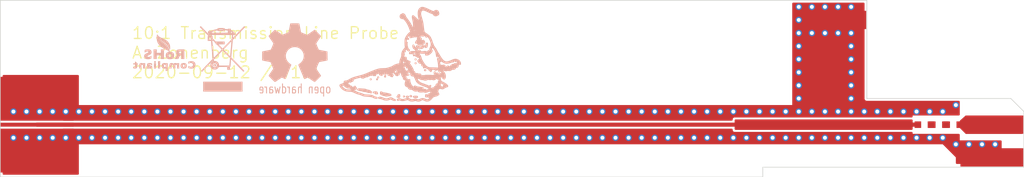
<source format=kicad_pcb>
(kicad_pcb (version 20171130) (host pcbnew "(5.1.4)")
  (layers (0 F.Cu signal) (1 In1.Cu signal) (2 In2.Cu signal) (31 B.Cu signal) (34 B.Paste user) (35 F.Paste user) (36 B.SilkS user) (37 F.SilkS user) (38 B.Mask user) (39 F.Mask user) (44 Edge.Cuts user))
  (net 0 "")
  (net 1 /GND)
  (net 2 "Net-(R1-Pad1)")
  (net 3 "Net-(R2-Pad1)")
  (net 4 "Net-(J1-Pad1)")
  (net 5 "Net-(J2-Pad1)")
  (module azonenberg_pcb:EIA_0402_RES_NOSILK_FLIPCHIP (layer F.Cu) (at 87.8 24 180)
    (fp_text reference R3 hide)
    (fp_text value FC0402E2000BTT0 hide)
    (pad 2 smd rect (at 0.5 0 180) (size 0.5 0.5) (layers F.Cu F.Paste F.Mask) (net 3 "Net-(R2-Pad1)"))
    (pad 1 smd rect (at -0.5 0 180) (size 0.5 0.5) (layers F.Cu F.Paste F.Mask) (net 5 "Net-(J2-Pad1)"))
  )
  (module azonenberg_pcb:EIA_0402_RES_NOSILK_FLIPCHIP (layer F.Cu) (at 86.7 24 180)
    (fp_text reference R2 hide)
    (fp_text value FC0402E2000BTT0 hide)
    (pad 2 smd rect (at 0.5 0 180) (size 0.5 0.5) (layers F.Cu F.Paste F.Mask) (net 2 "Net-(R1-Pad1)"))
    (pad 1 smd rect (at -0.5 0 180) (size 0.5 0.5) (layers F.Cu F.Paste F.Mask) (net 3 "Net-(R2-Pad1)"))
  )
  (module azonenberg_pcb:EIA_0402_RES_NOSILK_FLIPCHIP (layer F.Cu) (at 85.6 24 180)
    (fp_text reference R1 hide)
    (fp_text value FC0402E50R0BTT0 hide)
    (pad 2 smd rect (at 0.5 0 180) (size 0.5 0.5) (layers F.Cu F.Paste F.Mask) (net 4 "Net-(J1-Pad1)"))
    (pad 1 smd rect (at -0.5 0 180) (size 0.5 0.5) (layers F.Cu F.Paste F.Mask) (net 2 "Net-(R1-Pad1)"))
  )
  (module azonenberg_pcb:CONN_MILLMAX_0339_EDGELAUNCH (layer F.Cu) (at 90.75 26.5)
    (fp_text reference J4 hide)
    (fp_text value PROBETIP hide)
    (pad 1 smd rect (at 0 0) (size 4.8 1.4) (layers F.Cu F.Paste F.Mask) (net 1 /GND))
  )
  (module azonenberg_pcb:CONN_SMA_EDGE_AMPHENOL_901_10511_3 (layer F.Cu) (at 17.8 24)
    (fp_text reference J1 hide)
    (fp_text value 901-10511-3 hide)
    (pad 2 smd rect (at 0 1.98) (size 5.6 3.35) (layers F.Cu F.Paste F.Mask) (net 1 /GND))
    (pad 2 smd rect (at 0 -1.98) (size 5.6 3.35) (layers F.Cu F.Paste F.Mask) (net 1 /GND))
    (pad 1 smd rect (at 0 0) (size 5.6 0.3) (layers F.Cu F.Mask) (net 4 "Net-(J1-Pad1)"))
  )
  (module azonenberg_pcb:LONGTHING-1200DPI (layer B.Cu) (at 45 19 180)
    (fp_text reference G*** hide)
    (fp_text value LOGO hide)
  )
  (module azonenberg_pcb:CONN_MILLMAX_0339_EDGELAUNCH (layer F.Cu) (at 78.75 16)
    (fp_text reference J3 hide)
    (fp_text value PROBETIP hide)
    (pad 1 smd rect (at 0 0) (size 4.8 1.4) (layers F.Cu F.Paste F.Mask) (net 1 /GND))
  )
  (module azonenberg_pcb:CONN_MILLMAX_0339_EDGELAUNCH (layer F.Cu) (at 90.75 24)
    (fp_text reference J2 hide)
    (fp_text value PROBETIP hide)
    (pad 1 smd rect (at 0.2 0) (size 4.4 1.4) (layers F.Cu F.Paste F.Mask) (net 5 "Net-(J2-Pad1)") (clearance 0.125))
  )
  (module w_logo:Logo_silk_ROHS_5x2.8mm (layer B.Cu) (at 27.5 18.5 180)
    (fp_text reference G*** hide)
    (fp_text value LOGO hide)
  )
  (module w_logo:Logo_silk_WEEE_3.4x5mm (layer B.Cu) (at 32 19 180)
    (fp_text reference G*** hide)
    (fp_text value LOGO hide)
  )
  (module w_logo:Logo_silk_OSHW_6x6mm (layer B.Cu) (at 37.5 18.5 180)
    (fp_text reference G*** hide)
    (fp_text value LOGO hide)
  )
  (gr_line (start 73.25 27.25) (end 93.2 27.25) (layer Edge.Cuts) (width 0.05))
  (gr_line (start 73.25 28) (end 73.25 27.25) (layer Edge.Cuts) (width 0.05))
  (gr_line (start 81.2 22) (end 81.2 14.5) (layer Edge.Cuts) (width 0.05))
  (gr_line (start 92.2 22) (end 81.2 22) (layer Edge.Cuts) (width 0.05))
  (gr_line (start 93.2 23) (end 92.2 22) (layer Edge.Cuts) (width 0.05))
  (gr_line (start 93.2 27.25) (end 93.2 23) (layer Edge.Cuts) (width 0.05))
  (gr_text "2020-09-12 / v1.2" (at 25 20) (layer F.SilkS) (effects (font (size 0.9 0.9) (thickness 0.1)) (justify left)))
  (gr_text "A. Zonenberg" (at 25 18.5) (layer F.SilkS) (effects (font (size 0.9 0.9) (thickness 0.1)) (justify left)))
  (gr_text "10:1 Transmission Line Probe" (at 25 17) (layer F.SilkS) (effects (font (size 0.9 0.9) (thickness 0.1)) (justify left)))
  (gr_line (start 73.25 28) (end 15 28) (layer Edge.Cuts) (width 0.05))
  (gr_line (start 81.2 14.5) (end 15 14.5) (layer Edge.Cuts) (width 0.05))
  (gr_line (start 15 14.5) (end 15 28) (layer Edge.Cuts) (width 0.05))
  (via (at 39 23) (size 0.5) (drill 0.3) (layers F.Cu B.Cu) (net 1))
  (via (at 40 23) (size 0.5) (drill 0.3) (layers F.Cu B.Cu) (net 1))
  (segment (start 39 23) (end 40 23) (width 0.125) (layer F.Cu) (net 1))
  (via (at 41 23) (size 0.5) (drill 0.3) (layers F.Cu B.Cu) (net 1))
  (via (at 42 23) (size 0.5) (drill 0.3) (layers F.Cu B.Cu) (net 1))
  (segment (start 41 23) (end 42 23) (width 0.125) (layer F.Cu) (net 1))
  (via (at 43 23) (size 0.5) (drill 0.3) (layers F.Cu B.Cu) (net 1))
  (via (at 44 23) (size 0.5) (drill 0.3) (layers F.Cu B.Cu) (net 1))
  (segment (start 43 23) (end 44 23) (width 0.125) (layer F.Cu) (net 1))
  (via (at 45 23) (size 0.5) (drill 0.3) (layers F.Cu B.Cu) (net 1))
  (via (at 46 23) (size 0.5) (drill 0.3) (layers F.Cu B.Cu) (net 1))
  (segment (start 45 23) (end 46 23) (width 0.125) (layer F.Cu) (net 1))
  (via (at 47 23) (size 0.5) (drill 0.3) (layers F.Cu B.Cu) (net 1))
  (via (at 48 23) (size 0.5) (drill 0.3) (layers F.Cu B.Cu) (net 1))
  (segment (start 47 23) (end 48 23) (width 0.125) (layer F.Cu) (net 1))
  (via (at 49 23) (size 0.5) (drill 0.3) (layers F.Cu B.Cu) (net 1))
  (via (at 50 23) (size 0.5) (drill 0.3) (layers F.Cu B.Cu) (net 1))
  (segment (start 49 23) (end 50 23) (width 0.125) (layer F.Cu) (net 1))
  (via (at 51 23) (size 0.5) (drill 0.3) (layers F.Cu B.Cu) (net 1))
  (via (at 52 23) (size 0.5) (drill 0.3) (layers F.Cu B.Cu) (net 1))
  (segment (start 51 23) (end 52 23) (width 0.125) (layer F.Cu) (net 1))
  (via (at 53 23) (size 0.5) (drill 0.3) (layers F.Cu B.Cu) (net 1))
  (via (at 54 23) (size 0.5) (drill 0.3) (layers F.Cu B.Cu) (net 1))
  (segment (start 53 23) (end 54 23) (width 0.125) (layer F.Cu) (net 1))
  (via (at 55 23) (size 0.5) (drill 0.3) (layers F.Cu B.Cu) (net 1))
  (via (at 56 23) (size 0.5) (drill 0.3) (layers F.Cu B.Cu) (net 1))
  (segment (start 55 23) (end 56 23) (width 0.125) (layer F.Cu) (net 1))
  (via (at 57 23) (size 0.5) (drill 0.3) (layers F.Cu B.Cu) (net 1))
  (via (at 58 23) (size 0.5) (drill 0.3) (layers F.Cu B.Cu) (net 1))
  (segment (start 57 23) (end 58 23) (width 0.125) (layer F.Cu) (net 1))
  (via (at 59 23) (size 0.5) (drill 0.3) (layers F.Cu B.Cu) (net 1))
  (via (at 60 23) (size 0.5) (drill 0.3) (layers F.Cu B.Cu) (net 1))
  (segment (start 59 23) (end 60 23) (width 0.125) (layer F.Cu) (net 1))
  (via (at 61 23) (size 0.5) (drill 0.3) (layers F.Cu B.Cu) (net 1))
  (via (at 62 23) (size 0.5) (drill 0.3) (layers F.Cu B.Cu) (net 1))
  (segment (start 61 23) (end 62 23) (width 0.125) (layer F.Cu) (net 1))
  (via (at 63 23) (size 0.5) (drill 0.3) (layers F.Cu B.Cu) (net 1))
  (via (at 64 23) (size 0.5) (drill 0.3) (layers F.Cu B.Cu) (net 1))
  (segment (start 63 23) (end 64 23) (width 0.125) (layer F.Cu) (net 1))
  (via (at 65 23) (size 0.5) (drill 0.3) (layers F.Cu B.Cu) (net 1))
  (segment (start 65 23) (end 66 23) (width 0.125) (layer F.Cu) (net 1))
  (via (at 66 23) (size 0.5) (drill 0.3) (layers F.Cu B.Cu) (net 1))
  (via (at 67 23) (size 0.5) (drill 0.3) (layers F.Cu B.Cu) (net 1))
  (segment (start 66 23) (end 67 23) (width 0.125) (layer F.Cu) (net 1))
  (via (at 68 23) (size 0.5) (drill 0.3) (layers F.Cu B.Cu) (net 1))
  (via (at 69 23) (size 0.5) (drill 0.3) (layers F.Cu B.Cu) (net 1))
  (segment (start 68 23) (end 69 23) (width 0.125) (layer F.Cu) (net 1))
  (via (at 70 23) (size 0.5) (drill 0.3) (layers F.Cu B.Cu) (net 1))
  (via (at 71 23) (size 0.5) (drill 0.3) (layers F.Cu B.Cu) (net 1))
  (segment (start 70 23) (end 71 23) (width 0.125) (layer F.Cu) (net 1))
  (via (at 72 23) (size 0.5) (drill 0.3) (layers F.Cu B.Cu) (net 1))
  (via (at 73 23) (size 0.5) (drill 0.3) (layers F.Cu B.Cu) (net 1))
  (segment (start 72 23) (end 73 23) (width 0.125) (layer F.Cu) (net 1))
  (via (at 74 23) (size 0.5) (drill 0.3) (layers F.Cu B.Cu) (net 1))
  (via (at 75 23) (size 0.5) (drill 0.3) (layers F.Cu B.Cu) (net 1))
  (segment (start 74 23) (end 75 23) (width 0.125) (layer F.Cu) (net 1))
  (via (at 76 23) (size 0.5) (drill 0.3) (layers F.Cu B.Cu) (net 1))
  (via (at 77 23) (size 0.5) (drill 0.3) (layers F.Cu B.Cu) (net 1))
  (via (at 78 23) (size 0.5) (drill 0.3) (layers F.Cu B.Cu) (net 1))
  (segment (start 77 23) (end 78 23) (width 0.125) (layer F.Cu) (net 1))
  (via (at 79 23) (size 0.5) (drill 0.3) (layers F.Cu B.Cu) (net 1))
  (via (at 80 23) (size 0.5) (drill 0.3) (layers F.Cu B.Cu) (net 1))
  (segment (start 79 23) (end 80 23) (width 0.125) (layer F.Cu) (net 1))
  (via (at 87 25) (size 0.5) (drill 0.3) (layers F.Cu B.Cu) (net 1))
  (via (at 86 25) (size 0.5) (drill 0.3) (layers F.Cu B.Cu) (net 1))
  (segment (start 87 25) (end 86 25) (width 0.125) (layer F.Cu) (net 1))
  (via (at 85 25) (size 0.5) (drill 0.3) (layers F.Cu B.Cu) (net 1))
  (via (at 84 25) (size 0.5) (drill 0.3) (layers F.Cu B.Cu) (net 1))
  (segment (start 85 25) (end 84 25) (width 0.125) (layer F.Cu) (net 1))
  (via (at 83 25) (size 0.5) (drill 0.3) (layers F.Cu B.Cu) (net 1))
  (via (at 82 25) (size 0.5) (drill 0.3) (layers F.Cu B.Cu) (net 1))
  (segment (start 83 25) (end 82 25) (width 0.125) (layer F.Cu) (net 1))
  (via (at 81 25) (size 0.5) (drill 0.3) (layers F.Cu B.Cu) (net 1))
  (via (at 80 25) (size 0.5) (drill 0.3) (layers F.Cu B.Cu) (net 1))
  (segment (start 81 25) (end 80 25) (width 0.125) (layer F.Cu) (net 1))
  (via (at 79 25) (size 0.5) (drill 0.3) (layers F.Cu B.Cu) (net 1))
  (via (at 78 25) (size 0.5) (drill 0.3) (layers F.Cu B.Cu) (net 1))
  (segment (start 79 25) (end 78 25) (width 0.125) (layer F.Cu) (net 1))
  (via (at 77 25) (size 0.5) (drill 0.3) (layers F.Cu B.Cu) (net 1))
  (via (at 76 25) (size 0.5) (drill 0.3) (layers F.Cu B.Cu) (net 1))
  (segment (start 77 25) (end 76 25) (width 0.125) (layer F.Cu) (net 1))
  (via (at 75 25) (size 0.5) (drill 0.3) (layers F.Cu B.Cu) (net 1))
  (via (at 74 25) (size 0.5) (drill 0.3) (layers F.Cu B.Cu) (net 1))
  (segment (start 75 25) (end 74 25) (width 0.125) (layer F.Cu) (net 1))
  (via (at 73 25) (size 0.5) (drill 0.3) (layers F.Cu B.Cu) (net 1))
  (via (at 72 25) (size 0.5) (drill 0.3) (layers F.Cu B.Cu) (net 1))
  (segment (start 73 25) (end 72 25) (width 0.125) (layer F.Cu) (net 1))
  (via (at 71 25) (size 0.5) (drill 0.3) (layers F.Cu B.Cu) (net 1))
  (via (at 70 25) (size 0.5) (drill 0.3) (layers F.Cu B.Cu) (net 1))
  (segment (start 71 25) (end 70 25) (width 0.125) (layer F.Cu) (net 1))
  (via (at 69 25) (size 0.5) (drill 0.3) (layers F.Cu B.Cu) (net 1))
  (via (at 68 25) (size 0.5) (drill 0.3) (layers F.Cu B.Cu) (net 1))
  (segment (start 69 25) (end 68 25) (width 0.125) (layer F.Cu) (net 1))
  (via (at 67 25) (size 0.5) (drill 0.3) (layers F.Cu B.Cu) (net 1))
  (via (at 66 25) (size 0.5) (drill 0.3) (layers F.Cu B.Cu) (net 1))
  (segment (start 67 25) (end 66 25) (width 0.125) (layer F.Cu) (net 1))
  (via (at 65 25) (size 0.5) (drill 0.3) (layers F.Cu B.Cu) (net 1))
  (via (at 64 25) (size 0.5) (drill 0.3) (layers F.Cu B.Cu) (net 1))
  (segment (start 65 25) (end 64 25) (width 0.125) (layer F.Cu) (net 1))
  (via (at 63 25) (size 0.5) (drill 0.3) (layers F.Cu B.Cu) (net 1))
  (via (at 62 25) (size 0.5) (drill 0.3) (layers F.Cu B.Cu) (net 1))
  (segment (start 63 25) (end 62 25) (width 0.125) (layer F.Cu) (net 1))
  (via (at 61 25) (size 0.5) (drill 0.3) (layers F.Cu B.Cu) (net 1))
  (via (at 60 25) (size 0.5) (drill 0.3) (layers F.Cu B.Cu) (net 1))
  (segment (start 61 25) (end 60 25) (width 0.125) (layer F.Cu) (net 1))
  (via (at 59 25) (size 0.5) (drill 0.3) (layers F.Cu B.Cu) (net 1))
  (via (at 58 25) (size 0.5) (drill 0.3) (layers F.Cu B.Cu) (net 1))
  (segment (start 59 25) (end 58 25) (width 0.125) (layer F.Cu) (net 1))
  (via (at 57 25) (size 0.5) (drill 0.3) (layers F.Cu B.Cu) (net 1))
  (via (at 56 25) (size 0.5) (drill 0.3) (layers F.Cu B.Cu) (net 1))
  (segment (start 57 25) (end 56 25) (width 0.125) (layer F.Cu) (net 1))
  (via (at 55 25) (size 0.5) (drill 0.3) (layers F.Cu B.Cu) (net 1))
  (via (at 54 25) (size 0.5) (drill 0.3) (layers F.Cu B.Cu) (net 1))
  (segment (start 55 25) (end 54 25) (width 0.125) (layer F.Cu) (net 1))
  (via (at 53 25) (size 0.5) (drill 0.3) (layers F.Cu B.Cu) (net 1))
  (via (at 52 25) (size 0.5) (drill 0.3) (layers F.Cu B.Cu) (net 1))
  (segment (start 53 25) (end 52 25) (width 0.125) (layer F.Cu) (net 1))
  (via (at 51 25) (size 0.5) (drill 0.3) (layers F.Cu B.Cu) (net 1))
  (via (at 50 25) (size 0.5) (drill 0.3) (layers F.Cu B.Cu) (net 1))
  (segment (start 51 25) (end 50 25) (width 0.125) (layer F.Cu) (net 1))
  (via (at 49 25) (size 0.5) (drill 0.3) (layers F.Cu B.Cu) (net 1))
  (via (at 48 25) (size 0.5) (drill 0.3) (layers F.Cu B.Cu) (net 1))
  (segment (start 49 25) (end 48 25) (width 0.125) (layer F.Cu) (net 1))
  (via (at 47 25) (size 0.5) (drill 0.3) (layers F.Cu B.Cu) (net 1))
  (via (at 46 25) (size 0.5) (drill 0.3) (layers F.Cu B.Cu) (net 1))
  (segment (start 47 25) (end 46 25) (width 0.125) (layer F.Cu) (net 1))
  (via (at 45 25) (size 0.5) (drill 0.3) (layers F.Cu B.Cu) (net 1))
  (via (at 44 25) (size 0.5) (drill 0.3) (layers F.Cu B.Cu) (net 1))
  (segment (start 45 25) (end 44 25) (width 0.125) (layer F.Cu) (net 1))
  (via (at 43 25) (size 0.5) (drill 0.3) (layers F.Cu B.Cu) (net 1))
  (via (at 42 25) (size 0.5) (drill 0.3) (layers F.Cu B.Cu) (net 1))
  (segment (start 43 25) (end 42 25) (width 0.125) (layer F.Cu) (net 1))
  (via (at 41 25) (size 0.5) (drill 0.3) (layers F.Cu B.Cu) (net 1))
  (via (at 40 25) (size 0.5) (drill 0.3) (layers F.Cu B.Cu) (net 1))
  (segment (start 41 25) (end 40 25) (width 0.125) (layer F.Cu) (net 1))
  (via (at 39 25) (size 0.5) (drill 0.3) (layers F.Cu B.Cu) (net 1))
  (via (at 38 25) (size 0.5) (drill 0.3) (layers F.Cu B.Cu) (net 1))
  (segment (start 39 25) (end 38 25) (width 0.125) (layer F.Cu) (net 1))
  (via (at 37 25) (size 0.5) (drill 0.3) (layers F.Cu B.Cu) (net 1))
  (via (at 36 25) (size 0.5) (drill 0.3) (layers F.Cu B.Cu) (net 1))
  (segment (start 37 25) (end 36 25) (width 0.125) (layer F.Cu) (net 1))
  (via (at 35 25) (size 0.5) (drill 0.3) (layers F.Cu B.Cu) (net 1))
  (via (at 34 25) (size 0.5) (drill 0.3) (layers F.Cu B.Cu) (net 1))
  (segment (start 35 25) (end 34 25) (width 0.125) (layer F.Cu) (net 1))
  (via (at 33 25) (size 0.5) (drill 0.3) (layers F.Cu B.Cu) (net 1))
  (via (at 32 25) (size 0.5) (drill 0.3) (layers F.Cu B.Cu) (net 1))
  (segment (start 33 25) (end 32 25) (width 0.125) (layer F.Cu) (net 1))
  (via (at 31 25) (size 0.5) (drill 0.3) (layers F.Cu B.Cu) (net 1))
  (via (at 30 25) (size 0.5) (drill 0.3) (layers F.Cu B.Cu) (net 1))
  (segment (start 31 25) (end 30 25) (width 0.125) (layer F.Cu) (net 1))
  (via (at 29 25) (size 0.5) (drill 0.3) (layers F.Cu B.Cu) (net 1))
  (via (at 28 25) (size 0.5) (drill 0.3) (layers F.Cu B.Cu) (net 1))
  (segment (start 29 25) (end 28 25) (width 0.125) (layer F.Cu) (net 1))
  (via (at 27 25) (size 0.5) (drill 0.3) (layers F.Cu B.Cu) (net 1))
  (via (at 26 25) (size 0.5) (drill 0.3) (layers F.Cu B.Cu) (net 1))
  (segment (start 27 25) (end 26 25) (width 0.125) (layer F.Cu) (net 1))
  (via (at 25 25) (size 0.5) (drill 0.3) (layers F.Cu B.Cu) (net 1))
  (via (at 24 25) (size 0.5) (drill 0.3) (layers F.Cu B.Cu) (net 1))
  (segment (start 25 25) (end 24 25) (width 0.125) (layer F.Cu) (net 1))
  (via (at 23 25) (size 0.5) (drill 0.3) (layers F.Cu B.Cu) (net 1))
  (via (at 22 25) (size 0.5) (drill 0.3) (layers F.Cu B.Cu) (net 1))
  (segment (start 23 25) (end 22 25) (width 0.125) (layer F.Cu) (net 1))
  (via (at 21 25) (size 0.5) (drill 0.3) (layers F.Cu B.Cu) (net 1))
  (via (at 76 15) (size 0.5) (drill 0.3) (layers F.Cu B.Cu) (net 1))
  (via (at 76 16) (size 0.5) (drill 0.3) (layers F.Cu B.Cu) (net 1))
  (via (at 76 17) (size 0.5) (drill 0.3) (layers F.Cu B.Cu) (net 1))
  (segment (start 76 16) (end 76 17) (width 0.125) (layer F.Cu) (net 1))
  (via (at 76 18) (size 0.5) (drill 0.3) (layers F.Cu B.Cu) (net 1))
  (via (at 76 19) (size 0.5) (drill 0.3) (layers F.Cu B.Cu) (net 1))
  (segment (start 76 18) (end 76 19) (width 0.125) (layer F.Cu) (net 1))
  (via (at 76 20) (size 0.5) (drill 0.3) (layers F.Cu B.Cu) (net 1))
  (via (at 76 21) (size 0.5) (drill 0.3) (layers F.Cu B.Cu) (net 1))
  (segment (start 76 20) (end 76 21) (width 0.125) (layer F.Cu) (net 1))
  (via (at 76 22) (size 0.5) (drill 0.3) (layers F.Cu B.Cu) (net 1))
  (segment (start 76 22) (end 76 23) (width 0.125) (layer F.Cu) (net 1))
  (via (at 77 17) (size 0.5) (drill 0.3) (layers F.Cu B.Cu) (net 1))
  (via (at 78 17) (size 0.5) (drill 0.3) (layers F.Cu B.Cu) (net 1))
  (segment (start 77 17) (end 78 17) (width 0.125) (layer F.Cu) (net 1))
  (via (at 79 17) (size 0.5) (drill 0.3) (layers F.Cu B.Cu) (net 1))
  (via (at 80 17) (size 0.5) (drill 0.3) (layers F.Cu B.Cu) (net 1))
  (segment (start 79 17) (end 80 17) (width 0.125) (layer F.Cu) (net 1))
  (via (at 77 15) (size 0.5) (drill 0.3) (layers F.Cu B.Cu) (net 1))
  (segment (start 76 15) (end 77 15) (width 0.125) (layer F.Cu) (net 1))
  (via (at 78 15) (size 0.5) (drill 0.3) (layers F.Cu B.Cu) (net 1))
  (via (at 79 15) (size 0.5) (drill 0.3) (layers F.Cu B.Cu) (net 1))
  (segment (start 78 15) (end 79 15) (width 0.125) (layer F.Cu) (net 1))
  (via (at 80 15) (size 0.5) (drill 0.3) (layers F.Cu B.Cu) (net 1))
  (segment (start 76.225 16) (end 76 16) (width 0.125) (layer F.Cu) (net 1))
  (segment (start 78.75 16) (end 76.225 16) (width 0.125) (layer F.Cu) (net 1))
  (via (at 80 18) (size 0.5) (drill 0.3) (layers F.Cu B.Cu) (net 1))
  (segment (start 80 17) (end 80 18) (width 0.125) (layer F.Cu) (net 1))
  (via (at 80 19) (size 0.5) (drill 0.3) (layers F.Cu B.Cu) (net 1))
  (via (at 80 20) (size 0.5) (drill 0.3) (layers F.Cu B.Cu) (net 1))
  (segment (start 80 19) (end 80 20) (width 0.125) (layer F.Cu) (net 1))
  (via (at 80 21) (size 0.5) (drill 0.3) (layers F.Cu B.Cu) (net 1))
  (via (at 80 22) (size 0.5) (drill 0.3) (layers F.Cu B.Cu) (net 1))
  (segment (start 80 21) (end 80 22) (width 0.125) (layer F.Cu) (net 1))
  (via (at 89 25.5) (size 0.5) (drill 0.3) (layers F.Cu B.Cu) (net 1))
  (via (at 90 25.5) (size 0.5) (drill 0.3) (layers F.Cu B.Cu) (net 1))
  (via (at 91 25.5) (size 0.5) (drill 0.3) (layers F.Cu B.Cu) (net 1))
  (segment (start 90 25.5) (end 91 25.5) (width 0.125) (layer F.Cu) (net 1))
  (via (at 85 23) (size 0.5) (drill 0.3) (layers F.Cu B.Cu) (net 1))
  (segment (start 83 23) (end 84 23) (width 0.125) (layer F.Cu) (net 1))
  (via (at 84 23) (size 0.5) (drill 0.3) (layers F.Cu B.Cu) (net 1))
  (via (at 83 23) (size 0.5) (drill 0.3) (layers F.Cu B.Cu) (net 1))
  (segment (start 81 23) (end 82 23) (width 0.125) (layer F.Cu) (net 1))
  (via (at 82 23) (size 0.5) (drill 0.3) (layers F.Cu B.Cu) (net 1))
  (via (at 81 23) (size 0.5) (drill 0.3) (layers F.Cu B.Cu) (net 1))
  (via (at 87 23) (size 0.5) (drill 0.3) (layers F.Cu B.Cu) (net 1))
  (segment (start 85 23) (end 86 23) (width 0.125) (layer F.Cu) (net 1))
  (via (at 86 23) (size 0.5) (drill 0.3) (layers F.Cu B.Cu) (net 1))
  (via (at 88 22.5) (size 0.5) (drill 0.3) (layers F.Cu B.Cu) (net 1))
  (segment (start 87.5 22.5) (end 87 23) (width 0.125) (layer F.Cu) (net 1))
  (segment (start 88 22.5) (end 87.5 22.5) (width 0.125) (layer F.Cu) (net 1))
  (via (at 88 25.5) (size 0.5) (drill 0.3) (layers F.Cu B.Cu) (net 1))
  (via (at 24 23) (size 0.5) (drill 0.3) (layers F.Cu B.Cu) (net 1))
  (via (at 21 23) (size 0.5) (drill 0.3) (layers F.Cu B.Cu) (net 1))
  (segment (start 23 23) (end 24 23) (width 0.125) (layer F.Cu) (net 1))
  (via (at 34 23) (size 0.5) (drill 0.3) (layers F.Cu B.Cu) (net 1))
  (via (at 33 23) (size 0.5) (drill 0.3) (layers F.Cu B.Cu) (net 1))
  (segment (start 31 23) (end 32 23) (width 0.125) (layer F.Cu) (net 1))
  (via (at 32 23) (size 0.5) (drill 0.3) (layers F.Cu B.Cu) (net 1))
  (via (at 31 23) (size 0.5) (drill 0.3) (layers F.Cu B.Cu) (net 1))
  (segment (start 29 23) (end 30 23) (width 0.125) (layer F.Cu) (net 1))
  (via (at 30 23) (size 0.5) (drill 0.3) (layers F.Cu B.Cu) (net 1))
  (via (at 29 23) (size 0.5) (drill 0.3) (layers F.Cu B.Cu) (net 1))
  (segment (start 27 23) (end 28 23) (width 0.125) (layer F.Cu) (net 1))
  (via (at 28 23) (size 0.5) (drill 0.3) (layers F.Cu B.Cu) (net 1))
  (via (at 27 23) (size 0.5) (drill 0.3) (layers F.Cu B.Cu) (net 1))
  (segment (start 25 23) (end 26 23) (width 0.125) (layer F.Cu) (net 1))
  (via (at 26 23) (size 0.5) (drill 0.3) (layers F.Cu B.Cu) (net 1))
  (via (at 25 23) (size 0.5) (drill 0.3) (layers F.Cu B.Cu) (net 1))
  (via (at 23 23) (size 0.5) (drill 0.3) (layers F.Cu B.Cu) (net 1))
  (segment (start 21 23) (end 22 23) (width 0.125) (layer F.Cu) (net 1))
  (via (at 22 23) (size 0.5) (drill 0.3) (layers F.Cu B.Cu) (net 1))
  (segment (start 35 23) (end 36 23) (width 0.125) (layer F.Cu) (net 1))
  (via (at 36 23) (size 0.5) (drill 0.3) (layers F.Cu B.Cu) (net 1))
  (via (at 35 23) (size 0.5) (drill 0.3) (layers F.Cu B.Cu) (net 1))
  (segment (start 33 23) (end 34 23) (width 0.125) (layer F.Cu) (net 1))
  (segment (start 37 23) (end 38 23) (width 0.125) (layer F.Cu) (net 1))
  (via (at 38 23) (size 0.5) (drill 0.3) (layers F.Cu B.Cu) (net 1))
  (via (at 37 23) (size 0.5) (drill 0.3) (layers F.Cu B.Cu) (net 1))
  (via (at 20 23) (size 0.5) (drill 0.3) (layers F.Cu B.Cu) (net 1))
  (segment (start 21 23) (end 20 23) (width 0.125) (layer F.Cu) (net 1))
  (via (at 19 23) (size 0.5) (drill 0.3) (layers F.Cu B.Cu) (net 1))
  (via (at 18 23) (size 0.5) (drill 0.3) (layers F.Cu B.Cu) (net 1))
  (segment (start 19 23) (end 18 23) (width 0.125) (layer F.Cu) (net 1))
  (via (at 17 23) (size 0.5) (drill 0.3) (layers F.Cu B.Cu) (net 1))
  (via (at 16 23) (size 0.5) (drill 0.3) (layers F.Cu B.Cu) (net 1))
  (segment (start 17 23) (end 16 23) (width 0.125) (layer F.Cu) (net 1))
  (via (at 20 25) (size 0.5) (drill 0.3) (layers F.Cu B.Cu) (net 1))
  (via (at 19 25) (size 0.5) (drill 0.3) (layers F.Cu B.Cu) (net 1))
  (segment (start 20 25) (end 19 25) (width 0.125) (layer F.Cu) (net 1))
  (via (at 18 25) (size 0.5) (drill 0.3) (layers F.Cu B.Cu) (net 1))
  (via (at 17 25) (size 0.5) (drill 0.3) (layers F.Cu B.Cu) (net 1))
  (segment (start 18 25) (end 17 25) (width 0.125) (layer F.Cu) (net 1))
  (via (at 16 25) (size 0.5) (drill 0.3) (layers F.Cu B.Cu) (net 1))
  (segment (start 90.75 25.75) (end 91 25.5) (width 0.125) (layer F.Cu) (net 1))
  (segment (start 90.75 26.5) (end 90.75 25.75) (width 0.125) (layer F.Cu) (net 1))
  (segment (start 84.7 24) (end 85.1 24) (width 0.31) (layer F.Cu) (net 4))
  (segment (start 17.8 24) (end 84.7 24) (width 0.31) (layer F.Cu) (net 4))
  (zone (net 5) (net_name "Net-(J2-Pad1)") (layer F.Cu) (priority 1) (connect_pads yes (clearance 0.1)) (min_thickness 0.1) (fill yes (arc_segments 32) (thermal_gap 0) (thermal_bridge_width 0.508))
    (polygon (pts (xy 93.1 24.7) (xy 93.1 23.3) (xy 88.75 23.3) (xy 88.3 23.7) (xy 88.3 24.25) (xy 88.75 24.7) (xy 89.75 24.7)))
  )
  (zone (net 1) (net_name /GND) (layer F.Cu) (connect_pads yes (clearance 0.15)) (min_thickness 0.15) (fill yes (arc_segments 32) (thermal_gap 0.1) (thermal_bridge_width 0.508))
    (polygon (pts (xy 88.3 23.3) (xy 84.7 23.3) (xy 84.7 24.7) (xy 88.3 24.7) (xy 88.3 25.2) (xy 91.5 25.2) (xy 91.5 27) (xy 88 27) (xy 88 26.5) (xy 87 25.5) (xy 21 25.5) (xy 21 28) (xy 15.012304 28) (xy 15.012304 26.25) (xy 19.75 26.25) (xy 19.75 21.85) (xy 15.012304 21.85) (xy 15 20.2) (xy 21 20.2) (xy 21 22.5) (xy 75.5 22.5) (xy 75.5 14.5) (xy 81.2 14.5) (xy 81.2 22) (xy 88.3 22)))
  )
  (zone (net 4) (net_name "Net-(J1-Pad1)") (layer F.Cu) (priority 1) (connect_pads yes (clearance 0.15)) (min_thickness 0.15) (fill yes (arc_segments 32) (thermal_gap 0.508) (thermal_bridge_width 0.508))
    (polygon (pts (xy 84.7 24.4) (xy 84.7 23.6) (xy 71.1 23.6) (xy 71.1 24.4)))
  )
)
</source>
